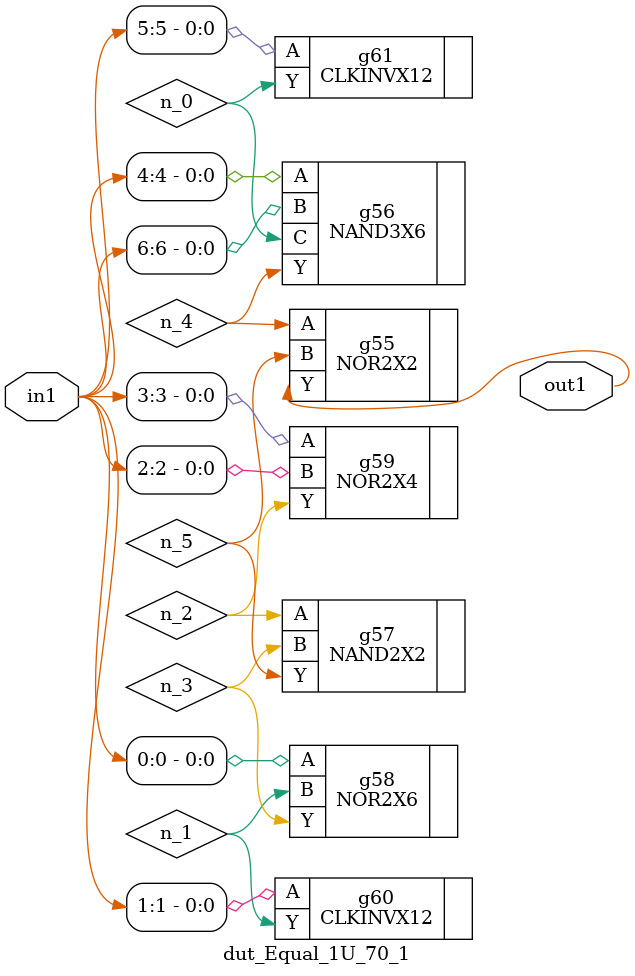
<source format=v>
`timescale 1ps / 1ps


module dut_Equal_1U_70_1(in1, out1);
  input [6:0] in1;
  output out1;
  wire [6:0] in1;
  wire out1;
  wire n_0, n_1, n_2, n_3, n_4, n_5;
  NOR2X2 g55(.A (n_4), .B (n_5), .Y (out1));
  NAND2X2 g57(.A (n_2), .B (n_3), .Y (n_5));
  NAND3X6 g56(.A (in1[4]), .B (in1[6]), .C (n_0), .Y (n_4));
  NOR2X6 g58(.A (in1[0]), .B (n_1), .Y (n_3));
  NOR2X4 g59(.A (in1[3]), .B (in1[2]), .Y (n_2));
  CLKINVX12 g60(.A (in1[1]), .Y (n_1));
  CLKINVX12 g61(.A (in1[5]), .Y (n_0));
endmodule



</source>
